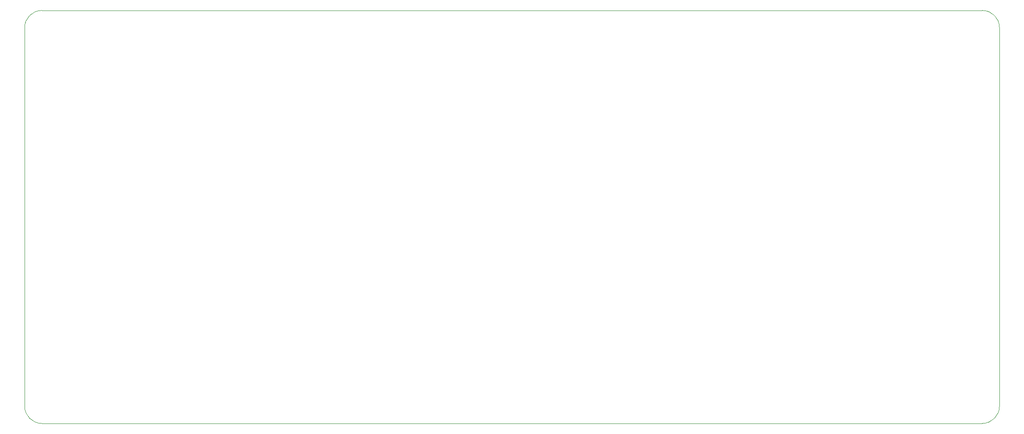
<source format=gbr>
%TF.GenerationSoftware,KiCad,Pcbnew,(6.0.5)*%
%TF.CreationDate,2022-09-15T01:10:35+02:00*%
%TF.ProjectId,65816 computer,36353831-3620-4636-9f6d-70757465722e,rev?*%
%TF.SameCoordinates,Original*%
%TF.FileFunction,Profile,NP*%
%FSLAX46Y46*%
G04 Gerber Fmt 4.6, Leading zero omitted, Abs format (unit mm)*
G04 Created by KiCad (PCBNEW (6.0.5)) date 2022-09-15 01:10:35*
%MOMM*%
%LPD*%
G01*
G04 APERTURE LIST*
%TA.AperFunction,Profile*%
%ADD10C,0.100000*%
%TD*%
G04 APERTURE END LIST*
D10*
X209804000Y-121920000D02*
G75*
G03*
X213106000Y-118618000I0J3302000D01*
G01*
X25146000Y-45466000D02*
X25146000Y-118618000D01*
X28448000Y-42164000D02*
G75*
G03*
X25146000Y-45466000I0J-3302000D01*
G01*
X213106000Y-118618000D02*
X213106000Y-45466000D01*
X209804000Y-42164000D02*
X28448000Y-42164000D01*
X25146000Y-118618000D02*
G75*
G03*
X28448000Y-121920000I3302000J0D01*
G01*
X28448000Y-121920000D02*
X209804000Y-121920000D01*
X213106000Y-45466000D02*
G75*
G03*
X209804000Y-42164000I-3302000J0D01*
G01*
M02*

</source>
